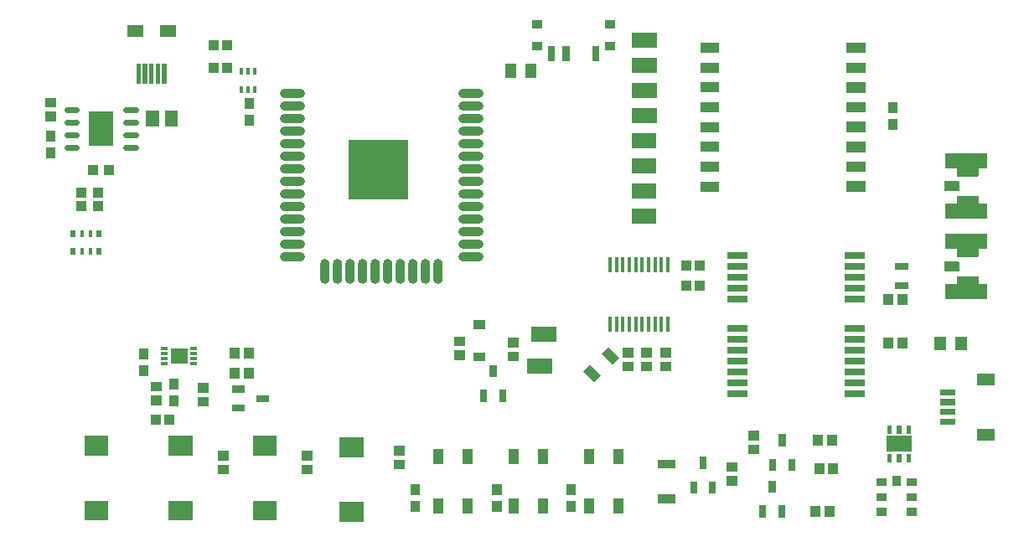
<source format=gtp>
G04 Layer: TopPasteMaskLayer*
G04 EasyEDA v6.1.34, Wed, 08 May 2019 08:14:30 GMT*
G04 27d5e13cb4324ff6b1947c28adf9976f,88f35c52922c4fbc8d6ac25f651a04fd,10*
G04 Gerber Generator version 0.2*
G04 Scale: 100 percent, Rotated: No, Reflected: No *
G04 Dimensions in millimeters *
G04 leading zeros omitted , absolute positions ,3 integer and 3 decimal *
%FSLAX33Y33*%
%MOMM*%
G90*
G71D02*

%ADD13C,0.899922*%
%ADD14C,0.599999*%
%ADD16R,0.701040X0.299720*%
%ADD17R,1.750060X1.630680*%
%ADD22R,2.599995X1.499997*%
%ADD29R,1.099820X1.000760*%
%ADD32R,1.300480X1.399540*%
%ADD34R,1.998980X0.800100*%
%ADD35R,4.318000X1.524000*%
%ADD42R,0.999998X1.099998*%
%ADD43R,0.299720X0.701040*%
%ADD45R,1.949958X1.050036*%
%ADD48R,0.399999X1.493520*%
%ADD52R,0.599999X0.799998*%
%ADD53R,0.399999X0.799998*%

%LPD*%
G54D13*
G01X46900Y45847D02*
G01X45301Y45847D01*
G01X46900Y44577D02*
G01X45301Y44577D01*
G01X46900Y43307D02*
G01X45301Y43307D01*
G01X46900Y42037D02*
G01X45301Y42037D01*
G01X46900Y40767D02*
G01X45301Y40767D01*
G01X46900Y39497D02*
G01X45301Y39497D01*
G01X46900Y38227D02*
G01X45301Y38227D01*
G01X46900Y36957D02*
G01X45301Y36957D01*
G01X46900Y35687D02*
G01X45301Y35687D01*
G01X46900Y34417D02*
G01X45301Y34417D01*
G01X46900Y33147D02*
G01X45301Y33147D01*
G01X46900Y31877D02*
G01X45301Y31877D01*
G01X46900Y30607D02*
G01X45301Y30607D01*
G01X46900Y29337D02*
G01X45301Y29337D01*
G01X28901Y29337D02*
G01X27301Y29337D01*
G01X28901Y30607D02*
G01X27301Y30607D01*
G01X28901Y31877D02*
G01X27301Y31877D01*
G01X28901Y33147D02*
G01X27301Y33147D01*
G01X28901Y34417D02*
G01X27301Y34417D01*
G01X28901Y35687D02*
G01X27301Y35687D01*
G01X28901Y36957D02*
G01X27301Y36957D01*
G01X28901Y38227D02*
G01X27301Y38227D01*
G01X28901Y39497D02*
G01X27301Y39497D01*
G01X28901Y40767D02*
G01X27301Y40767D01*
G01X28901Y42037D02*
G01X27301Y42037D01*
G01X28901Y43307D02*
G01X27301Y43307D01*
G01X28901Y44577D02*
G01X27301Y44577D01*
G01X28901Y45847D02*
G01X27301Y45847D01*
G54D14*
G01X11234Y40386D02*
G01X12234Y40386D01*
G01X11234Y41656D02*
G01X12234Y41656D01*
G01X11234Y42926D02*
G01X12234Y42926D01*
G01X11234Y44196D02*
G01X12234Y44196D01*
G01X5291Y40386D02*
G01X6291Y40386D01*
G01X5291Y41656D02*
G01X6291Y41656D01*
G01X5291Y42926D02*
G01X6291Y42926D01*
G01X5291Y44196D02*
G01X6291Y44196D01*
G54D16*
G01X15189Y20066D03*
G01X15189Y19558D03*
G01X15189Y19050D03*
G01X15189Y18542D03*
G01X18084Y18542D03*
G01X18084Y19050D03*
G01X18084Y19558D03*
G01X18084Y20066D03*
G54D17*
G01X16638Y19304D03*
G36*
G01X12580Y17282D02*
G01X12580Y18381D01*
G01X13581Y18381D01*
G01X13581Y17282D01*
G01X12580Y17282D01*
G37*
G36*
G01X12580Y18958D02*
G01X12580Y20058D01*
G01X13581Y20058D01*
G01X13581Y18958D01*
G01X12580Y18958D01*
G37*
G36*
G01X16629Y17007D02*
G01X16629Y15908D01*
G01X15628Y15908D01*
G01X15628Y17007D01*
G01X16629Y17007D01*
G37*
G36*
G01X16629Y15331D02*
G01X16629Y14231D01*
G01X15628Y14231D01*
G01X15628Y15331D01*
G01X16629Y15331D01*
G37*
G36*
G01X48737Y17134D02*
G01X48036Y17134D01*
G01X48036Y18384D01*
G01X48737Y18384D01*
G01X48737Y17134D01*
G37*
G36*
G01X49687Y14635D02*
G01X48986Y14635D01*
G01X48986Y15885D01*
G01X49687Y15885D01*
G01X49687Y14635D01*
G37*
G36*
G01X47787Y14635D02*
G01X47086Y14635D01*
G01X47086Y15885D01*
G01X47787Y15885D01*
G01X47787Y14635D01*
G37*
G36*
G01X46380Y18747D02*
G01X46380Y19657D01*
G01X47599Y19657D01*
G01X47599Y18747D01*
G01X46380Y18747D01*
G37*
G36*
G01X46380Y21998D02*
G01X46380Y22908D01*
G01X47599Y22908D01*
G01X47599Y21998D01*
G01X46380Y21998D01*
G37*
G36*
G01X49867Y18740D02*
G01X49867Y19738D01*
G01X50970Y19738D01*
G01X50970Y18740D01*
G01X49867Y18740D01*
G37*
G36*
G01X49867Y20139D02*
G01X49867Y21137D01*
G01X50970Y21137D01*
G01X50970Y20139D01*
G01X49867Y20139D01*
G37*
G54D22*
G01X53086Y18288D03*
G01X53467Y21463D03*
G36*
G01X20530Y7310D02*
G01X20530Y8308D01*
G01X21633Y8308D01*
G01X21633Y7310D01*
G01X20530Y7310D01*
G37*
G36*
G01X20530Y8709D02*
G01X20530Y9707D01*
G01X21633Y9707D01*
G01X21633Y8709D01*
G01X20530Y8709D01*
G37*
G36*
G01X29039Y7310D02*
G01X29039Y8308D01*
G01X30142Y8308D01*
G01X30142Y7310D01*
G01X29039Y7310D01*
G37*
G36*
G01X29039Y8709D02*
G01X29039Y9707D01*
G01X30142Y9707D01*
G01X30142Y8709D01*
G01X29039Y8709D01*
G37*
G36*
G01X35283Y11076D02*
G01X35283Y9075D01*
G01X32882Y9075D01*
G01X32882Y11076D01*
G01X35283Y11076D01*
G37*
G36*
G01X35280Y4536D02*
G01X35280Y2537D01*
G01X32880Y2537D01*
G01X32880Y4536D01*
G01X35280Y4536D01*
G37*
G36*
G01X26520Y11203D02*
G01X26520Y9202D01*
G01X24119Y9202D01*
G01X24119Y11203D01*
G01X26520Y11203D01*
G37*
G36*
G01X26517Y4663D02*
G01X26517Y2664D01*
G01X24117Y2664D01*
G01X24117Y4663D01*
G01X26517Y4663D01*
G37*
G36*
G01X65013Y4404D02*
G01X65013Y5303D01*
G01X66812Y5303D01*
G01X66812Y4404D01*
G01X65013Y4404D01*
G37*
G36*
G01X65013Y7904D02*
G01X65013Y8803D01*
G01X66812Y8803D01*
G01X66812Y7904D01*
G01X65013Y7904D01*
G37*
G36*
G01X69946Y7863D02*
G01X69245Y7863D01*
G01X69245Y9113D01*
G01X69946Y9113D01*
G01X69946Y7863D01*
G37*
G36*
G01X70896Y5364D02*
G01X70195Y5364D01*
G01X70195Y6614D01*
G01X70896Y6614D01*
G01X70896Y5364D01*
G37*
G36*
G01X68996Y5364D02*
G01X68295Y5364D01*
G01X68295Y6614D01*
G01X68996Y6614D01*
G01X68996Y5364D01*
G37*
G36*
G01X88640Y9390D02*
G01X88640Y8539D01*
G01X88191Y8539D01*
G01X88191Y9390D01*
G01X88640Y9390D01*
G37*
G36*
G01X89631Y9390D02*
G01X89631Y8539D01*
G01X89181Y8539D01*
G01X89181Y9390D01*
G01X89631Y9390D01*
G37*
G36*
G01X90622Y9390D02*
G01X90622Y8539D01*
G01X90172Y8539D01*
G01X90172Y9390D01*
G01X90622Y9390D01*
G37*
G36*
G01X90622Y12285D02*
G01X90622Y11435D01*
G01X90172Y11435D01*
G01X90172Y12285D01*
G01X90622Y12285D01*
G37*
G36*
G01X89631Y12285D02*
G01X89631Y11435D01*
G01X89181Y11435D01*
G01X89181Y12285D01*
G01X89631Y12285D01*
G37*
G36*
G01X88640Y12285D02*
G01X88640Y11435D01*
G01X88191Y11435D01*
G01X88191Y12285D01*
G01X88640Y12285D01*
G37*
G36*
G01X90657Y11214D02*
G01X90657Y9613D01*
G01X88158Y9613D01*
G01X88158Y11214D01*
G01X90657Y11214D01*
G37*
G36*
G01X88155Y6129D02*
G01X87155Y6129D01*
G01X87155Y6929D01*
G01X88155Y6929D01*
G01X88155Y6129D01*
G37*
G36*
G01X88155Y4630D02*
G01X87155Y4630D01*
G01X87155Y5430D01*
G01X88155Y5430D01*
G01X88155Y4630D01*
G37*
G36*
G01X88155Y3131D02*
G01X87155Y3131D01*
G01X87155Y3931D01*
G01X88155Y3931D01*
G01X88155Y3131D01*
G37*
G36*
G01X91152Y3131D02*
G01X90152Y3131D01*
G01X90152Y3931D01*
G01X91152Y3931D01*
G01X91152Y3131D01*
G37*
G36*
G01X91152Y4630D02*
G01X90152Y4630D01*
G01X90152Y5430D01*
G01X91152Y5430D01*
G01X91152Y4630D01*
G37*
G36*
G01X91152Y6129D02*
G01X90152Y6129D01*
G01X90152Y6929D01*
G01X91152Y6929D01*
G01X91152Y6129D01*
G37*
G36*
G01X88755Y6129D02*
G01X88755Y7129D01*
G01X89555Y7129D01*
G01X89555Y6129D01*
G01X88755Y6129D01*
G37*
G54D29*
G01X6783Y34417D03*
G01X8459Y34417D03*
G01X6783Y35814D03*
G01X8459Y35814D03*
G36*
G01X93560Y15326D02*
G01X93560Y15925D01*
G01X95059Y15925D01*
G01X95059Y15326D01*
G01X93560Y15326D01*
G37*
G36*
G01X99060Y17526D02*
G01X99060Y16327D01*
G01X97259Y16327D01*
G01X97259Y17526D01*
G01X99060Y17526D01*
G37*
G36*
G01X99060Y11925D02*
G01X99060Y10726D01*
G01X97259Y10726D01*
G01X97259Y11925D01*
G01X99060Y11925D01*
G37*
G36*
G01X93560Y14325D02*
G01X93560Y14925D01*
G01X95059Y14925D01*
G01X95059Y14325D01*
G01X93560Y14325D01*
G37*
G36*
G01X93560Y13324D02*
G01X93560Y13926D01*
G01X95059Y13926D01*
G01X95059Y13324D01*
G01X93560Y13324D01*
G37*
G36*
G01X93560Y12326D02*
G01X93560Y12926D01*
G01X95059Y12926D01*
G01X95059Y12326D01*
G01X93560Y12326D01*
G37*
G54D32*
G01X93581Y20572D03*
G01X95681Y20572D03*
G36*
G01X90312Y28671D02*
G01X90312Y27970D01*
G01X89011Y27970D01*
G01X89011Y28671D01*
G01X90312Y28671D01*
G37*
G36*
G01X90312Y26771D02*
G01X90312Y26070D01*
G01X89011Y26070D01*
G01X89011Y26771D01*
G01X90312Y26771D01*
G37*
G54D34*
G01X84885Y15469D03*
G01X84885Y16562D03*
G01X84885Y17654D03*
G01X84885Y18771D03*
G01X84885Y19864D03*
G01X84885Y20956D03*
G01X84885Y22073D03*
G01X84885Y25071D03*
G01X84885Y26163D03*
G01X84885Y27255D03*
G01X84885Y28373D03*
G01X84885Y29465D03*
G01X73099Y29465D03*
G01X73099Y28373D03*
G01X73099Y27255D03*
G01X73099Y26163D03*
G01X73099Y25071D03*
G01X73099Y22073D03*
G01X73099Y20956D03*
G01X73099Y19864D03*
G01X73099Y18771D03*
G01X73099Y17654D03*
G01X73099Y16562D03*
G01X73099Y15469D03*
G36*
G01X95468Y27914D02*
G01X95468Y27901D01*
G01X95465Y27889D01*
G01X95463Y27879D01*
G01X95458Y27866D01*
G01X95450Y27856D01*
G01X95443Y27846D01*
G01X95435Y27838D01*
G01X95425Y27830D01*
G01X95415Y27825D01*
G01X95404Y27820D01*
G01X95392Y27815D01*
G01X95379Y27813D01*
G01X95366Y27813D01*
G01X94046Y27813D01*
G01X94035Y27813D01*
G01X94023Y27815D01*
G01X94010Y27820D01*
G01X94000Y27825D01*
G01X93990Y27830D01*
G01X93980Y27838D01*
G01X93972Y27846D01*
G01X93964Y27856D01*
G01X93957Y27866D01*
G01X93952Y27879D01*
G01X93949Y27889D01*
G01X93946Y27901D01*
G01X93944Y27914D01*
G01X93944Y28727D01*
G01X93946Y28740D01*
G01X93949Y28752D01*
G01X93952Y28762D01*
G01X93957Y28775D01*
G01X93964Y28785D01*
G01X93972Y28793D01*
G01X93980Y28803D01*
G01X93990Y28811D01*
G01X94000Y28816D01*
G01X94010Y28821D01*
G01X94023Y28826D01*
G01X94035Y28829D01*
G01X94046Y28829D01*
G01X95366Y28829D01*
G01X95379Y28829D01*
G01X95392Y28826D01*
G01X95404Y28821D01*
G01X95415Y28816D01*
G01X95425Y28811D01*
G01X95435Y28803D01*
G01X95443Y28793D01*
G01X95450Y28785D01*
G01X95458Y28775D01*
G01X95463Y28762D01*
G01X95465Y28752D01*
G01X95468Y28740D01*
G01X95468Y28727D01*
G01X95468Y27914D01*
G37*
G36*
G01X97426Y29385D02*
G01X97426Y29372D01*
G01X97424Y29359D01*
G01X97421Y29349D01*
G01X97416Y29337D01*
G01X97409Y29326D01*
G01X97401Y29316D01*
G01X97393Y29309D01*
G01X97383Y29301D01*
G01X97373Y29293D01*
G01X97363Y29288D01*
G01X97350Y29286D01*
G01X97337Y29283D01*
G01X97325Y29283D01*
G01X95328Y29283D01*
G01X95316Y29283D01*
G01X95305Y29286D01*
G01X95293Y29288D01*
G01X95283Y29293D01*
G01X95272Y29301D01*
G01X95262Y29309D01*
G01X95252Y29316D01*
G01X95244Y29326D01*
G01X95239Y29337D01*
G01X95234Y29349D01*
G01X95229Y29359D01*
G01X95229Y29372D01*
G01X95227Y29385D01*
G01X95227Y30198D01*
G01X95229Y30210D01*
G01X95229Y30220D01*
G01X95234Y30233D01*
G01X95239Y30243D01*
G01X95244Y30256D01*
G01X95252Y30264D01*
G01X95262Y30274D01*
G01X95272Y30281D01*
G01X95283Y30286D01*
G01X95293Y30292D01*
G01X95305Y30297D01*
G01X95316Y30297D01*
G01X95328Y30299D01*
G01X97325Y30299D01*
G01X97337Y30297D01*
G01X97350Y30297D01*
G01X97363Y30292D01*
G01X97373Y30286D01*
G01X97383Y30281D01*
G01X97393Y30274D01*
G01X97401Y30264D01*
G01X97409Y30256D01*
G01X97416Y30243D01*
G01X97421Y30233D01*
G01X97424Y30220D01*
G01X97426Y30210D01*
G01X97426Y30198D01*
G01X97426Y29385D01*
G37*
G36*
G01X97426Y26443D02*
G01X97426Y26431D01*
G01X97424Y26421D01*
G01X97421Y26408D01*
G01X97416Y26398D01*
G01X97409Y26385D01*
G01X97401Y26377D01*
G01X97393Y26367D01*
G01X97383Y26360D01*
G01X97373Y26355D01*
G01X97363Y26349D01*
G01X97350Y26344D01*
G01X97337Y26342D01*
G01X97325Y26342D01*
G01X95328Y26342D01*
G01X95316Y26342D01*
G01X95305Y26344D01*
G01X95293Y26349D01*
G01X95283Y26355D01*
G01X95272Y26360D01*
G01X95262Y26367D01*
G01X95252Y26377D01*
G01X95244Y26385D01*
G01X95239Y26398D01*
G01X95234Y26408D01*
G01X95229Y26421D01*
G01X95229Y26431D01*
G01X95227Y26443D01*
G01X95227Y27256D01*
G01X95229Y27269D01*
G01X95229Y27282D01*
G01X95234Y27292D01*
G01X95239Y27305D01*
G01X95244Y27315D01*
G01X95252Y27325D01*
G01X95262Y27332D01*
G01X95272Y27340D01*
G01X95283Y27348D01*
G01X95293Y27353D01*
G01X95305Y27355D01*
G01X95316Y27358D01*
G01X95328Y27358D01*
G01X97325Y27358D01*
G01X97337Y27358D01*
G01X97350Y27355D01*
G01X97363Y27353D01*
G01X97373Y27348D01*
G01X97383Y27340D01*
G01X97393Y27332D01*
G01X97401Y27325D01*
G01X97409Y27315D01*
G01X97416Y27305D01*
G01X97421Y27292D01*
G01X97424Y27282D01*
G01X97426Y27269D01*
G01X97426Y27256D01*
G01X97426Y26443D01*
G37*
G54D35*
G01X96199Y25781D03*
G01X96199Y30861D03*
G36*
G01X24500Y14635D02*
G01X24500Y15336D01*
G01X25750Y15336D01*
G01X25750Y14635D01*
G01X24500Y14635D01*
G37*
G36*
G01X22001Y13685D02*
G01X22001Y14386D01*
G01X23251Y14386D01*
G01X23251Y13685D01*
G01X22001Y13685D01*
G37*
G36*
G01X22001Y15585D02*
G01X22001Y16286D01*
G01X23251Y16286D01*
G01X23251Y15585D01*
G01X22001Y15585D01*
G37*
G36*
G01X42367Y28646D02*
G01X42369Y28704D01*
G01X42379Y28757D01*
G01X42397Y28813D01*
G01X42420Y28864D01*
G01X42451Y28910D01*
G01X42489Y28956D01*
G01X42529Y28994D01*
G01X42575Y29027D01*
G01X42623Y29055D01*
G01X42677Y29075D01*
G01X42732Y29088D01*
G01X42788Y29095D01*
G01X42844Y29095D01*
G01X42900Y29088D01*
G01X42953Y29075D01*
G01X43007Y29055D01*
G01X43058Y29027D01*
G01X43103Y28994D01*
G01X43144Y28956D01*
G01X43180Y28910D01*
G01X43210Y28864D01*
G01X43233Y28813D01*
G01X43251Y28757D01*
G01X43263Y28704D01*
G01X43266Y28646D01*
G01X43266Y27045D01*
G01X43263Y26990D01*
G01X43251Y26934D01*
G01X43233Y26880D01*
G01X43210Y26830D01*
G01X43180Y26781D01*
G01X43144Y26738D01*
G01X43103Y26700D01*
G01X43058Y26667D01*
G01X43007Y26639D01*
G01X42953Y26619D01*
G01X42900Y26603D01*
G01X42844Y26598D01*
G01X42788Y26598D01*
G01X42732Y26603D01*
G01X42677Y26619D01*
G01X42623Y26639D01*
G01X42575Y26667D01*
G01X42529Y26700D01*
G01X42489Y26738D01*
G01X42451Y26781D01*
G01X42420Y26830D01*
G01X42397Y26880D01*
G01X42379Y26934D01*
G01X42369Y26990D01*
G01X42367Y27045D01*
G01X42367Y28646D01*
G37*
G36*
G01X41097Y28646D02*
G01X41099Y28704D01*
G01X41109Y28757D01*
G01X41127Y28813D01*
G01X41150Y28864D01*
G01X41181Y28910D01*
G01X41219Y28956D01*
G01X41259Y28994D01*
G01X41305Y29027D01*
G01X41353Y29055D01*
G01X41407Y29075D01*
G01X41462Y29088D01*
G01X41518Y29095D01*
G01X41574Y29095D01*
G01X41630Y29088D01*
G01X41683Y29075D01*
G01X41737Y29055D01*
G01X41788Y29027D01*
G01X41833Y28994D01*
G01X41874Y28956D01*
G01X41910Y28910D01*
G01X41940Y28864D01*
G01X41963Y28813D01*
G01X41981Y28757D01*
G01X41993Y28704D01*
G01X41996Y28646D01*
G01X41996Y27045D01*
G01X41993Y26990D01*
G01X41981Y26934D01*
G01X41963Y26880D01*
G01X41940Y26830D01*
G01X41910Y26781D01*
G01X41874Y26738D01*
G01X41833Y26700D01*
G01X41788Y26667D01*
G01X41737Y26639D01*
G01X41683Y26619D01*
G01X41630Y26603D01*
G01X41574Y26598D01*
G01X41518Y26598D01*
G01X41462Y26603D01*
G01X41407Y26619D01*
G01X41353Y26639D01*
G01X41305Y26667D01*
G01X41259Y26700D01*
G01X41219Y26738D01*
G01X41181Y26781D01*
G01X41150Y26830D01*
G01X41127Y26880D01*
G01X41109Y26934D01*
G01X41099Y26990D01*
G01X41097Y27045D01*
G01X41097Y28646D01*
G37*
G36*
G01X39827Y28646D02*
G01X39829Y28704D01*
G01X39839Y28757D01*
G01X39857Y28813D01*
G01X39880Y28864D01*
G01X39911Y28910D01*
G01X39949Y28956D01*
G01X39989Y28994D01*
G01X40035Y29027D01*
G01X40083Y29055D01*
G01X40137Y29075D01*
G01X40192Y29088D01*
G01X40248Y29095D01*
G01X40304Y29095D01*
G01X40360Y29088D01*
G01X40413Y29075D01*
G01X40467Y29055D01*
G01X40518Y29027D01*
G01X40563Y28994D01*
G01X40604Y28956D01*
G01X40640Y28910D01*
G01X40670Y28864D01*
G01X40693Y28813D01*
G01X40711Y28757D01*
G01X40723Y28704D01*
G01X40726Y28646D01*
G01X40726Y27045D01*
G01X40723Y26990D01*
G01X40711Y26934D01*
G01X40693Y26880D01*
G01X40670Y26830D01*
G01X40640Y26781D01*
G01X40604Y26738D01*
G01X40563Y26700D01*
G01X40518Y26667D01*
G01X40467Y26639D01*
G01X40413Y26619D01*
G01X40360Y26603D01*
G01X40304Y26598D01*
G01X40248Y26598D01*
G01X40192Y26603D01*
G01X40137Y26619D01*
G01X40083Y26639D01*
G01X40035Y26667D01*
G01X39989Y26700D01*
G01X39949Y26738D01*
G01X39911Y26781D01*
G01X39880Y26830D01*
G01X39857Y26880D01*
G01X39839Y26934D01*
G01X39829Y26990D01*
G01X39827Y27045D01*
G01X39827Y28646D01*
G37*
G36*
G01X38557Y28646D02*
G01X38559Y28704D01*
G01X38569Y28757D01*
G01X38587Y28813D01*
G01X38610Y28864D01*
G01X38641Y28910D01*
G01X38679Y28956D01*
G01X38719Y28994D01*
G01X38765Y29027D01*
G01X38813Y29055D01*
G01X38867Y29075D01*
G01X38922Y29088D01*
G01X38978Y29095D01*
G01X39034Y29095D01*
G01X39090Y29088D01*
G01X39143Y29075D01*
G01X39197Y29055D01*
G01X39248Y29027D01*
G01X39293Y28994D01*
G01X39334Y28956D01*
G01X39370Y28910D01*
G01X39400Y28864D01*
G01X39423Y28813D01*
G01X39441Y28757D01*
G01X39453Y28704D01*
G01X39456Y28646D01*
G01X39456Y27045D01*
G01X39453Y26990D01*
G01X39441Y26934D01*
G01X39423Y26880D01*
G01X39400Y26830D01*
G01X39370Y26781D01*
G01X39334Y26738D01*
G01X39293Y26700D01*
G01X39248Y26667D01*
G01X39197Y26639D01*
G01X39143Y26619D01*
G01X39090Y26603D01*
G01X39034Y26598D01*
G01X38978Y26598D01*
G01X38922Y26603D01*
G01X38867Y26619D01*
G01X38813Y26639D01*
G01X38765Y26667D01*
G01X38719Y26700D01*
G01X38679Y26738D01*
G01X38641Y26781D01*
G01X38610Y26830D01*
G01X38587Y26880D01*
G01X38569Y26934D01*
G01X38559Y26990D01*
G01X38557Y27045D01*
G01X38557Y28646D01*
G37*
G36*
G01X37287Y28646D02*
G01X37289Y28704D01*
G01X37299Y28757D01*
G01X37317Y28813D01*
G01X37340Y28864D01*
G01X37371Y28910D01*
G01X37409Y28956D01*
G01X37449Y28994D01*
G01X37495Y29027D01*
G01X37543Y29055D01*
G01X37597Y29075D01*
G01X37652Y29088D01*
G01X37708Y29095D01*
G01X37764Y29095D01*
G01X37820Y29088D01*
G01X37873Y29075D01*
G01X37927Y29055D01*
G01X37978Y29027D01*
G01X38023Y28994D01*
G01X38064Y28956D01*
G01X38100Y28910D01*
G01X38130Y28864D01*
G01X38153Y28813D01*
G01X38171Y28757D01*
G01X38183Y28704D01*
G01X38186Y28646D01*
G01X38186Y27045D01*
G01X38183Y26990D01*
G01X38171Y26934D01*
G01X38153Y26880D01*
G01X38130Y26830D01*
G01X38100Y26781D01*
G01X38064Y26738D01*
G01X38023Y26700D01*
G01X37978Y26667D01*
G01X37927Y26639D01*
G01X37873Y26619D01*
G01X37820Y26603D01*
G01X37764Y26598D01*
G01X37708Y26598D01*
G01X37652Y26603D01*
G01X37597Y26619D01*
G01X37543Y26639D01*
G01X37495Y26667D01*
G01X37449Y26700D01*
G01X37409Y26738D01*
G01X37371Y26781D01*
G01X37340Y26830D01*
G01X37317Y26880D01*
G01X37299Y26934D01*
G01X37289Y26990D01*
G01X37287Y27045D01*
G01X37287Y28646D01*
G37*
G36*
G01X36017Y28646D02*
G01X36019Y28704D01*
G01X36029Y28757D01*
G01X36047Y28813D01*
G01X36070Y28864D01*
G01X36101Y28910D01*
G01X36139Y28956D01*
G01X36179Y28994D01*
G01X36225Y29027D01*
G01X36273Y29055D01*
G01X36327Y29075D01*
G01X36382Y29088D01*
G01X36438Y29095D01*
G01X36494Y29095D01*
G01X36550Y29088D01*
G01X36603Y29075D01*
G01X36657Y29055D01*
G01X36708Y29027D01*
G01X36753Y28994D01*
G01X36794Y28956D01*
G01X36830Y28910D01*
G01X36860Y28864D01*
G01X36883Y28813D01*
G01X36901Y28757D01*
G01X36913Y28704D01*
G01X36916Y28646D01*
G01X36916Y27045D01*
G01X36913Y26990D01*
G01X36901Y26934D01*
G01X36883Y26880D01*
G01X36860Y26830D01*
G01X36830Y26781D01*
G01X36794Y26738D01*
G01X36753Y26700D01*
G01X36708Y26667D01*
G01X36657Y26639D01*
G01X36603Y26619D01*
G01X36550Y26603D01*
G01X36494Y26598D01*
G01X36438Y26598D01*
G01X36382Y26603D01*
G01X36327Y26619D01*
G01X36273Y26639D01*
G01X36225Y26667D01*
G01X36179Y26700D01*
G01X36139Y26738D01*
G01X36101Y26781D01*
G01X36070Y26830D01*
G01X36047Y26880D01*
G01X36029Y26934D01*
G01X36019Y26990D01*
G01X36017Y27045D01*
G01X36017Y28646D01*
G37*
G36*
G01X34747Y28646D02*
G01X34749Y28704D01*
G01X34759Y28757D01*
G01X34777Y28813D01*
G01X34803Y28864D01*
G01X34831Y28910D01*
G01X34869Y28956D01*
G01X34909Y28994D01*
G01X34955Y29027D01*
G01X35003Y29055D01*
G01X35057Y29075D01*
G01X35112Y29088D01*
G01X35168Y29095D01*
G01X35224Y29095D01*
G01X35280Y29088D01*
G01X35333Y29075D01*
G01X35387Y29055D01*
G01X35438Y29027D01*
G01X35483Y28994D01*
G01X35524Y28956D01*
G01X35560Y28910D01*
G01X35590Y28864D01*
G01X35613Y28813D01*
G01X35631Y28757D01*
G01X35643Y28704D01*
G01X35646Y28646D01*
G01X35646Y27045D01*
G01X35643Y26990D01*
G01X35631Y26934D01*
G01X35613Y26880D01*
G01X35590Y26830D01*
G01X35560Y26781D01*
G01X35524Y26738D01*
G01X35483Y26700D01*
G01X35438Y26667D01*
G01X35387Y26639D01*
G01X35333Y26619D01*
G01X35280Y26603D01*
G01X35224Y26598D01*
G01X35168Y26598D01*
G01X35112Y26603D01*
G01X35057Y26619D01*
G01X35003Y26639D01*
G01X34955Y26667D01*
G01X34909Y26700D01*
G01X34869Y26738D01*
G01X34831Y26781D01*
G01X34803Y26830D01*
G01X34777Y26880D01*
G01X34759Y26934D01*
G01X34749Y26990D01*
G01X34747Y27045D01*
G01X34747Y28646D01*
G37*
G36*
G01X33477Y28646D02*
G01X33479Y28704D01*
G01X33489Y28757D01*
G01X33507Y28813D01*
G01X33533Y28864D01*
G01X33561Y28910D01*
G01X33599Y28956D01*
G01X33639Y28994D01*
G01X33685Y29027D01*
G01X33733Y29055D01*
G01X33787Y29075D01*
G01X33842Y29088D01*
G01X33898Y29095D01*
G01X33954Y29095D01*
G01X34010Y29088D01*
G01X34063Y29075D01*
G01X34117Y29055D01*
G01X34168Y29027D01*
G01X34213Y28994D01*
G01X34254Y28956D01*
G01X34290Y28910D01*
G01X34320Y28864D01*
G01X34343Y28813D01*
G01X34361Y28757D01*
G01X34373Y28704D01*
G01X34376Y28646D01*
G01X34376Y27045D01*
G01X34373Y26990D01*
G01X34361Y26934D01*
G01X34343Y26880D01*
G01X34320Y26830D01*
G01X34290Y26781D01*
G01X34254Y26738D01*
G01X34213Y26700D01*
G01X34168Y26667D01*
G01X34117Y26639D01*
G01X34063Y26619D01*
G01X34010Y26603D01*
G01X33954Y26598D01*
G01X33898Y26598D01*
G01X33842Y26603D01*
G01X33787Y26619D01*
G01X33733Y26639D01*
G01X33685Y26667D01*
G01X33639Y26700D01*
G01X33599Y26738D01*
G01X33561Y26781D01*
G01X33533Y26830D01*
G01X33507Y26880D01*
G01X33489Y26934D01*
G01X33479Y26990D01*
G01X33477Y27045D01*
G01X33477Y28646D01*
G37*
G36*
G01X32207Y28646D02*
G01X32209Y28704D01*
G01X32219Y28757D01*
G01X32237Y28813D01*
G01X32263Y28864D01*
G01X32291Y28910D01*
G01X32329Y28956D01*
G01X32369Y28994D01*
G01X32415Y29027D01*
G01X32463Y29055D01*
G01X32517Y29075D01*
G01X32572Y29088D01*
G01X32628Y29095D01*
G01X32684Y29095D01*
G01X32740Y29088D01*
G01X32796Y29075D01*
G01X32847Y29055D01*
G01X32898Y29027D01*
G01X32943Y28994D01*
G01X32984Y28956D01*
G01X33020Y28910D01*
G01X33050Y28864D01*
G01X33073Y28813D01*
G01X33091Y28757D01*
G01X33103Y28704D01*
G01X33106Y28646D01*
G01X33106Y27045D01*
G01X33103Y26990D01*
G01X33091Y26934D01*
G01X33073Y26880D01*
G01X33050Y26830D01*
G01X33020Y26781D01*
G01X32984Y26738D01*
G01X32943Y26700D01*
G01X32898Y26667D01*
G01X32847Y26639D01*
G01X32796Y26619D01*
G01X32740Y26603D01*
G01X32684Y26598D01*
G01X32628Y26598D01*
G01X32572Y26603D01*
G01X32517Y26619D01*
G01X32463Y26639D01*
G01X32415Y26667D01*
G01X32369Y26700D01*
G01X32329Y26738D01*
G01X32291Y26781D01*
G01X32263Y26830D01*
G01X32237Y26880D01*
G01X32219Y26934D01*
G01X32209Y26990D01*
G01X32207Y27045D01*
G01X32207Y28646D01*
G37*
G36*
G01X30937Y28646D02*
G01X30939Y28704D01*
G01X30949Y28757D01*
G01X30967Y28813D01*
G01X30993Y28864D01*
G01X31021Y28910D01*
G01X31059Y28956D01*
G01X31099Y28994D01*
G01X31145Y29027D01*
G01X31193Y29055D01*
G01X31247Y29075D01*
G01X31302Y29088D01*
G01X31358Y29095D01*
G01X31414Y29095D01*
G01X31470Y29088D01*
G01X31526Y29075D01*
G01X31577Y29055D01*
G01X31628Y29027D01*
G01X31673Y28994D01*
G01X31714Y28956D01*
G01X31750Y28910D01*
G01X31780Y28864D01*
G01X31803Y28813D01*
G01X31821Y28757D01*
G01X31833Y28704D01*
G01X31836Y28646D01*
G01X31836Y27045D01*
G01X31833Y26990D01*
G01X31821Y26934D01*
G01X31803Y26880D01*
G01X31780Y26830D01*
G01X31750Y26781D01*
G01X31714Y26738D01*
G01X31673Y26700D01*
G01X31628Y26667D01*
G01X31577Y26639D01*
G01X31526Y26619D01*
G01X31470Y26603D01*
G01X31414Y26598D01*
G01X31358Y26598D01*
G01X31302Y26603D01*
G01X31247Y26619D01*
G01X31193Y26639D01*
G01X31145Y26667D01*
G01X31099Y26700D01*
G01X31059Y26738D01*
G01X31021Y26781D01*
G01X30993Y26830D01*
G01X30967Y26880D01*
G01X30949Y26934D01*
G01X30939Y26990D01*
G01X30937Y27045D01*
G01X30937Y28646D01*
G37*
G36*
G01X39801Y35145D02*
G01X33802Y35145D01*
G01X33802Y41148D01*
G01X39801Y41148D01*
G01X39801Y35145D01*
G37*
G36*
G01X7513Y40540D02*
G01X7513Y44041D01*
G01X10012Y44041D01*
G01X10012Y40540D01*
G01X7513Y40540D01*
G37*
G36*
G01X3182Y39250D02*
G01X3182Y40350D01*
G01X4183Y40350D01*
G01X4183Y39250D01*
G01X3182Y39250D01*
G37*
G36*
G01X3182Y40927D02*
G01X3182Y42026D01*
G01X4183Y42026D01*
G01X4183Y40927D01*
G01X3182Y40927D01*
G37*
G54D29*
G01X7926Y38100D03*
G01X9602Y38100D03*
G36*
G01X12329Y46812D02*
G01X12329Y48813D01*
G01X12778Y48813D01*
G01X12778Y46812D01*
G01X12329Y46812D01*
G37*
G36*
G01X12979Y46812D02*
G01X12979Y48813D01*
G01X13428Y48813D01*
G01X13428Y46812D01*
G01X12979Y46812D01*
G37*
G36*
G01X13629Y46812D02*
G01X13629Y48813D01*
G01X14079Y48813D01*
G01X14079Y46812D01*
G01X13629Y46812D01*
G37*
G36*
G01X14277Y46812D02*
G01X14277Y48813D01*
G01X14729Y48813D01*
G01X14729Y46812D01*
G01X14277Y46812D01*
G37*
G36*
G01X14927Y46812D02*
G01X14927Y48813D01*
G01X15379Y48813D01*
G01X15379Y46812D01*
G01X14927Y46812D01*
G37*
G36*
G01X13047Y51523D02*
G01X11447Y51523D01*
G01X11447Y52725D01*
G01X13047Y52725D01*
G01X13047Y51523D01*
G37*
G36*
G01X16327Y51508D02*
G01X14726Y51508D01*
G01X14726Y52707D01*
G01X16327Y52707D01*
G01X16327Y51508D01*
G37*
G36*
G01X16525Y42506D02*
G01X15224Y42506D01*
G01X15224Y44107D01*
G01X16525Y44107D01*
G01X16525Y42506D01*
G37*
G36*
G01X14625Y42506D02*
G01X13324Y42506D01*
G01X13324Y44107D01*
G01X14625Y44107D01*
G01X14625Y42506D01*
G37*
G54D42*
G01X20128Y50673D03*
G01X21527Y50673D03*
G01X20128Y48387D03*
G01X21527Y48387D03*
G54D43*
G01X23622Y46202D03*
G01X24272Y46202D03*
G01X24282Y48031D03*
G01X23632Y48031D03*
G01X22981Y48031D03*
G01X22971Y46202D03*
G36*
G01X42324Y3355D02*
G01X42324Y4853D01*
G01X43322Y4853D01*
G01X43322Y3355D01*
G01X42324Y3355D01*
G37*
G36*
G01X45323Y3355D02*
G01X45323Y4853D01*
G01X46321Y4853D01*
G01X46321Y3355D01*
G01X45323Y3355D01*
G37*
G36*
G01X45323Y8354D02*
G01X45323Y9855D01*
G01X46321Y9855D01*
G01X46321Y8354D01*
G01X45323Y8354D01*
G37*
G36*
G01X42324Y8354D02*
G01X42324Y9855D01*
G01X43322Y9855D01*
G01X43322Y8354D01*
G01X42324Y8354D01*
G37*
G36*
G01X41013Y6339D02*
G01X41013Y5240D01*
G01X40012Y5240D01*
G01X40012Y6339D01*
G01X41013Y6339D01*
G37*
G36*
G01X41013Y4663D02*
G01X41013Y3563D01*
G01X40012Y3563D01*
G01X40012Y4663D01*
G01X41013Y4663D01*
G37*
G54D45*
G01X70231Y50419D03*
G01X70231Y48418D03*
G01X70231Y46418D03*
G01X70231Y44418D03*
G01X70231Y42419D03*
G01X70231Y40419D03*
G01X70231Y38418D03*
G01X70231Y36418D03*
G36*
G01X86006Y35892D02*
G01X84056Y35892D01*
G01X84056Y36944D01*
G01X86006Y36944D01*
G01X86006Y35892D01*
G37*
G36*
G01X86006Y37894D02*
G01X84056Y37894D01*
G01X84056Y38943D01*
G01X86006Y38943D01*
G01X86006Y37894D01*
G37*
G36*
G01X86006Y39893D02*
G01X84056Y39893D01*
G01X84056Y40944D01*
G01X86006Y40944D01*
G01X86006Y39893D01*
G37*
G36*
G01X86006Y41894D02*
G01X84056Y41894D01*
G01X84056Y42943D01*
G01X86006Y42943D01*
G01X86006Y41894D01*
G37*
G36*
G01X86006Y43893D02*
G01X84056Y43893D01*
G01X84056Y44942D01*
G01X86006Y44942D01*
G01X86006Y43893D01*
G37*
G36*
G01X86006Y45892D02*
G01X84056Y45892D01*
G01X84056Y46944D01*
G01X86006Y46944D01*
G01X86006Y45892D01*
G37*
G36*
G01X86006Y47894D02*
G01X84056Y47894D01*
G01X84056Y48943D01*
G01X86006Y48943D01*
G01X86006Y47894D01*
G37*
G36*
G01X86006Y49893D02*
G01X84056Y49893D01*
G01X84056Y50944D01*
G01X86006Y50944D01*
G01X86006Y49893D01*
G37*
G36*
G01X88272Y42174D02*
G01X88272Y43273D01*
G01X89273Y43273D01*
G01X89273Y42174D01*
G01X88272Y42174D01*
G37*
G36*
G01X88272Y43850D02*
G01X88272Y44950D01*
G01X89273Y44950D01*
G01X89273Y43850D01*
G01X88272Y43850D01*
G37*
G36*
G01X95468Y36042D02*
G01X95468Y36029D01*
G01X95465Y36017D01*
G01X95463Y36007D01*
G01X95458Y35994D01*
G01X95450Y35984D01*
G01X95443Y35974D01*
G01X95435Y35966D01*
G01X95425Y35958D01*
G01X95415Y35953D01*
G01X95404Y35948D01*
G01X95392Y35943D01*
G01X95379Y35941D01*
G01X95366Y35941D01*
G01X94046Y35941D01*
G01X94035Y35941D01*
G01X94023Y35943D01*
G01X94010Y35948D01*
G01X94000Y35953D01*
G01X93990Y35958D01*
G01X93980Y35966D01*
G01X93972Y35974D01*
G01X93964Y35984D01*
G01X93957Y35994D01*
G01X93952Y36007D01*
G01X93949Y36017D01*
G01X93946Y36029D01*
G01X93944Y36042D01*
G01X93944Y36855D01*
G01X93946Y36868D01*
G01X93949Y36880D01*
G01X93952Y36890D01*
G01X93957Y36903D01*
G01X93964Y36913D01*
G01X93972Y36921D01*
G01X93980Y36931D01*
G01X93990Y36939D01*
G01X94000Y36944D01*
G01X94010Y36949D01*
G01X94023Y36954D01*
G01X94035Y36957D01*
G01X94046Y36957D01*
G01X95366Y36957D01*
G01X95379Y36957D01*
G01X95392Y36954D01*
G01X95404Y36949D01*
G01X95415Y36944D01*
G01X95425Y36939D01*
G01X95435Y36931D01*
G01X95443Y36921D01*
G01X95450Y36913D01*
G01X95458Y36903D01*
G01X95463Y36890D01*
G01X95465Y36880D01*
G01X95468Y36868D01*
G01X95468Y36855D01*
G01X95468Y36042D01*
G37*
G36*
G01X97426Y37513D02*
G01X97426Y37500D01*
G01X97424Y37487D01*
G01X97421Y37477D01*
G01X97416Y37465D01*
G01X97409Y37454D01*
G01X97401Y37444D01*
G01X97393Y37437D01*
G01X97383Y37429D01*
G01X97373Y37421D01*
G01X97363Y37416D01*
G01X97350Y37414D01*
G01X97337Y37411D01*
G01X97325Y37411D01*
G01X95328Y37411D01*
G01X95316Y37411D01*
G01X95305Y37414D01*
G01X95293Y37416D01*
G01X95283Y37421D01*
G01X95272Y37429D01*
G01X95262Y37437D01*
G01X95252Y37444D01*
G01X95244Y37454D01*
G01X95239Y37465D01*
G01X95234Y37477D01*
G01X95229Y37487D01*
G01X95229Y37500D01*
G01X95227Y37513D01*
G01X95227Y38326D01*
G01X95229Y38338D01*
G01X95229Y38348D01*
G01X95234Y38361D01*
G01X95239Y38371D01*
G01X95244Y38384D01*
G01X95252Y38392D01*
G01X95262Y38402D01*
G01X95272Y38409D01*
G01X95283Y38414D01*
G01X95293Y38420D01*
G01X95305Y38425D01*
G01X95316Y38425D01*
G01X95328Y38427D01*
G01X97325Y38427D01*
G01X97337Y38425D01*
G01X97350Y38425D01*
G01X97363Y38420D01*
G01X97373Y38414D01*
G01X97383Y38409D01*
G01X97393Y38402D01*
G01X97401Y38392D01*
G01X97409Y38384D01*
G01X97416Y38371D01*
G01X97421Y38361D01*
G01X97424Y38348D01*
G01X97426Y38338D01*
G01X97426Y38326D01*
G01X97426Y37513D01*
G37*
G36*
G01X97426Y34571D02*
G01X97426Y34559D01*
G01X97424Y34549D01*
G01X97421Y34536D01*
G01X97416Y34526D01*
G01X97409Y34513D01*
G01X97401Y34505D01*
G01X97393Y34495D01*
G01X97383Y34488D01*
G01X97373Y34483D01*
G01X97363Y34477D01*
G01X97350Y34472D01*
G01X97337Y34470D01*
G01X97325Y34470D01*
G01X95328Y34470D01*
G01X95316Y34470D01*
G01X95305Y34472D01*
G01X95293Y34477D01*
G01X95283Y34483D01*
G01X95272Y34488D01*
G01X95262Y34495D01*
G01X95252Y34505D01*
G01X95244Y34513D01*
G01X95239Y34526D01*
G01X95234Y34536D01*
G01X95229Y34549D01*
G01X95229Y34559D01*
G01X95227Y34571D01*
G01X95227Y35384D01*
G01X95229Y35397D01*
G01X95229Y35410D01*
G01X95234Y35420D01*
G01X95239Y35433D01*
G01X95244Y35443D01*
G01X95252Y35453D01*
G01X95262Y35460D01*
G01X95272Y35468D01*
G01X95283Y35476D01*
G01X95293Y35481D01*
G01X95305Y35483D01*
G01X95316Y35486D01*
G01X95328Y35486D01*
G01X97325Y35486D01*
G01X97337Y35486D01*
G01X97350Y35483D01*
G01X97363Y35481D01*
G01X97373Y35476D01*
G01X97383Y35468D01*
G01X97393Y35460D01*
G01X97401Y35453D01*
G01X97409Y35443D01*
G01X97416Y35433D01*
G01X97421Y35420D01*
G01X97424Y35410D01*
G01X97426Y35397D01*
G01X97426Y35384D01*
G01X97426Y34571D01*
G37*
G54D35*
G01X96199Y33909D03*
G01X96199Y38989D03*
G36*
G01X18011Y11203D02*
G01X18011Y9202D01*
G01X15610Y9202D01*
G01X15610Y11203D01*
G01X18011Y11203D01*
G37*
G36*
G01X18008Y4663D02*
G01X18008Y2664D01*
G01X15608Y2664D01*
G01X15608Y4663D01*
G01X18008Y4663D01*
G37*
G36*
G01X49944Y3355D02*
G01X49944Y4853D01*
G01X50942Y4853D01*
G01X50942Y3355D01*
G01X49944Y3355D01*
G37*
G36*
G01X52943Y3355D02*
G01X52943Y4853D01*
G01X53941Y4853D01*
G01X53941Y3355D01*
G01X52943Y3355D01*
G37*
G36*
G01X52943Y8354D02*
G01X52943Y9855D01*
G01X53941Y9855D01*
G01X53941Y8354D01*
G01X52943Y8354D01*
G37*
G36*
G01X49944Y8354D02*
G01X49944Y9855D01*
G01X50942Y9855D01*
G01X50942Y8354D01*
G01X49944Y8354D01*
G37*
G36*
G01X57564Y3355D02*
G01X57564Y4853D01*
G01X58562Y4853D01*
G01X58562Y3355D01*
G01X57564Y3355D01*
G37*
G36*
G01X60563Y3355D02*
G01X60563Y4853D01*
G01X61561Y4853D01*
G01X61561Y3355D01*
G01X60563Y3355D01*
G37*
G36*
G01X60563Y8354D02*
G01X60563Y9855D01*
G01X61561Y9855D01*
G01X61561Y8354D01*
G01X60563Y8354D01*
G37*
G36*
G01X57564Y8354D02*
G01X57564Y9855D01*
G01X58562Y9855D01*
G01X58562Y8354D01*
G01X57564Y8354D01*
G37*
G36*
G01X49268Y6339D02*
G01X49268Y5240D01*
G01X48267Y5240D01*
G01X48267Y6339D01*
G01X49268Y6339D01*
G37*
G36*
G01X49268Y4663D02*
G01X49268Y3563D01*
G01X48267Y3563D01*
G01X48267Y4663D01*
G01X49268Y4663D01*
G37*
G36*
G01X56761Y6339D02*
G01X56761Y5240D01*
G01X55760Y5240D01*
G01X55760Y6339D01*
G01X56761Y6339D01*
G37*
G36*
G01X56761Y4663D02*
G01X56761Y3563D01*
G01X55760Y3563D01*
G01X55760Y4663D01*
G01X56761Y4663D01*
G37*
G36*
G01X62377Y32639D02*
G01X62377Y34163D01*
G01X64876Y34163D01*
G01X64876Y32639D01*
G01X62377Y32639D01*
G37*
G36*
G01X62377Y35179D02*
G01X62377Y36703D01*
G01X64876Y36703D01*
G01X64876Y35179D01*
G01X62377Y35179D01*
G37*
G36*
G01X62377Y37719D02*
G01X62377Y39243D01*
G01X64876Y39243D01*
G01X64876Y37719D01*
G01X62377Y37719D01*
G37*
G36*
G01X62377Y40259D02*
G01X62377Y41783D01*
G01X64876Y41783D01*
G01X64876Y40259D01*
G01X62377Y40259D01*
G37*
G36*
G01X62357Y42799D02*
G01X62357Y44323D01*
G01X64897Y44323D01*
G01X64897Y42799D01*
G01X62357Y42799D01*
G37*
G36*
G01X62357Y45339D02*
G01X62357Y46863D01*
G01X64897Y46863D01*
G01X64897Y45339D01*
G01X62357Y45339D01*
G37*
G36*
G01X62357Y47879D02*
G01X62357Y49403D01*
G01X64897Y49403D01*
G01X64897Y47879D01*
G01X62357Y47879D01*
G37*
G36*
G01X62357Y50419D02*
G01X62357Y51943D01*
G01X64897Y51943D01*
G01X64897Y50419D01*
G01X62357Y50419D01*
G37*
G54D48*
G01X62792Y22527D03*
G01X63441Y22527D03*
G01X64093Y22527D03*
G01X64743Y22527D03*
G01X60843Y28524D03*
G01X60843Y22527D03*
G01X61493Y22527D03*
G01X62143Y22527D03*
G01X65393Y28529D03*
G01X64743Y28529D03*
G01X64093Y28529D03*
G01X63442Y28529D03*
G01X62792Y28529D03*
G01X62143Y28529D03*
G01X65393Y22527D03*
G01X61493Y28524D03*
G01X60192Y22527D03*
G01X66042Y22527D03*
G01X66042Y28529D03*
G01X60192Y28529D03*
G36*
G01X58556Y16620D02*
G01X57478Y17698D01*
G01X58186Y18406D01*
G01X59264Y17328D01*
G01X58556Y16620D01*
G37*
G36*
G01X60431Y18423D02*
G01X59353Y19501D01*
G01X60059Y20207D01*
G01X61137Y19129D01*
G01X60431Y18423D01*
G37*
G36*
G01X9502Y11203D02*
G01X9502Y9202D01*
G01X7101Y9202D01*
G01X7101Y11203D01*
G01X9502Y11203D01*
G37*
G36*
G01X9499Y4663D02*
G01X9499Y2664D01*
G01X7099Y2664D01*
G01X7099Y4663D01*
G01X9499Y4663D01*
G37*
G36*
G01X60723Y52392D02*
G01X59723Y52392D01*
G01X59723Y53192D01*
G01X60723Y53192D01*
G01X60723Y52392D01*
G37*
G36*
G01X60723Y50208D02*
G01X59723Y50208D01*
G01X59723Y51008D01*
G01X60723Y51008D01*
G01X60723Y50208D01*
G37*
G36*
G01X53306Y50208D02*
G01X52306Y50208D01*
G01X52306Y51008D01*
G01X53306Y51008D01*
G01X53306Y50208D01*
G37*
G36*
G01X53306Y52392D02*
G01X52306Y52392D01*
G01X52306Y53192D01*
G01X53306Y53192D01*
G01X53306Y52392D01*
G37*
G36*
G01X59126Y49070D02*
G01X58425Y49070D01*
G01X58425Y50571D01*
G01X59126Y50571D01*
G01X59126Y49070D01*
G37*
G36*
G01X56103Y49070D02*
G01X55402Y49070D01*
G01X55402Y50571D01*
G01X56103Y50571D01*
G01X56103Y49070D01*
G37*
G36*
G01X54604Y49070D02*
G01X53903Y49070D01*
G01X53903Y50571D01*
G01X54604Y50571D01*
G01X54604Y49070D01*
G37*
G36*
G01X52776Y47409D02*
G01X51617Y47409D01*
G01X51617Y48859D01*
G01X52776Y48859D01*
G01X52776Y47409D01*
G37*
G36*
G01X50744Y47409D02*
G01X49585Y47409D01*
G01X49585Y48859D01*
G01X50744Y48859D01*
G01X50744Y47409D01*
G37*
G54D52*
G01X8561Y29858D03*
G01X8561Y31657D03*
G54D53*
G01X7660Y29858D03*
G01X7660Y31657D03*
G01X6861Y29858D03*
G01X6860Y31657D03*
G54D52*
G01X5961Y31657D03*
G01X5961Y29858D03*
G36*
G01X19601Y16565D02*
G01X19601Y15567D01*
G01X18498Y15567D01*
G01X18498Y16565D01*
G01X19601Y16565D01*
G37*
G36*
G01X19601Y15166D02*
G01X19601Y14168D01*
G01X18498Y14168D01*
G01X18498Y15166D01*
G01X19601Y15166D01*
G37*
G36*
G01X14902Y16692D02*
G01X14902Y15694D01*
G01X13799Y15694D01*
G01X13799Y16692D01*
G01X14902Y16692D01*
G37*
G36*
G01X14902Y15293D02*
G01X14902Y14295D01*
G01X13799Y14295D01*
G01X13799Y15293D01*
G01X14902Y15293D01*
G37*
G54D42*
G01X14286Y12827D03*
G01X15685Y12827D03*
G36*
G01X45509Y21264D02*
G01X45509Y20266D01*
G01X44406Y20266D01*
G01X44406Y21264D01*
G01X45509Y21264D01*
G37*
G36*
G01X45509Y19865D02*
G01X45509Y18867D01*
G01X44406Y18867D01*
G01X44406Y19865D01*
G01X45509Y19865D01*
G37*
G36*
G01X73068Y8564D02*
G01X73068Y7566D01*
G01X71965Y7566D01*
G01X71965Y8564D01*
G01X73068Y8564D01*
G37*
G36*
G01X73068Y7165D02*
G01X73068Y6167D01*
G01X71965Y6167D01*
G01X71965Y7165D01*
G01X73068Y7165D01*
G37*
G36*
G01X90225Y20022D02*
G01X89227Y20022D01*
G01X89227Y21125D01*
G01X90225Y21125D01*
G01X90225Y20022D01*
G37*
G36*
G01X88826Y20022D02*
G01X87828Y20022D01*
G01X87828Y21125D01*
G01X88826Y21125D01*
G01X88826Y20022D01*
G37*
G36*
G01X90225Y24467D02*
G01X89227Y24467D01*
G01X89227Y25570D01*
G01X90225Y25570D01*
G01X90225Y24467D01*
G37*
G36*
G01X88826Y24467D02*
G01X87828Y24467D01*
G01X87828Y25570D01*
G01X88826Y25570D01*
G01X88826Y24467D01*
G37*
G01X67880Y28448D03*
G01X69279Y28448D03*
G01X67880Y26416D03*
G01X69279Y26416D03*
G36*
G01X24185Y16974D02*
G01X23187Y16974D01*
G01X23187Y18077D01*
G01X24185Y18077D01*
G01X24185Y16974D01*
G37*
G36*
G01X22786Y16974D02*
G01X21788Y16974D01*
G01X21788Y18077D01*
G01X22786Y18077D01*
G01X22786Y16974D01*
G37*
G36*
G01X24185Y19006D02*
G01X23187Y19006D01*
G01X23187Y20109D01*
G01X24185Y20109D01*
G01X24185Y19006D01*
G37*
G36*
G01X22786Y19006D02*
G01X21788Y19006D01*
G01X21788Y20109D01*
G01X22786Y20109D01*
G01X22786Y19006D01*
G37*
G36*
G01X3131Y42997D02*
G01X3131Y43995D01*
G01X4234Y43995D01*
G01X4234Y42997D01*
G01X3131Y42997D01*
G37*
G36*
G01X3131Y44396D02*
G01X3131Y45394D01*
G01X4234Y45394D01*
G01X4234Y44396D01*
G01X3131Y44396D01*
G37*
G36*
G01X38310Y7818D02*
G01X38310Y8816D01*
G01X39413Y8816D01*
G01X39413Y7818D01*
G01X38310Y7818D01*
G37*
G36*
G01X38310Y9217D02*
G01X38310Y10215D01*
G01X39413Y10215D01*
G01X39413Y9217D01*
G01X38310Y9217D01*
G37*
G36*
G01X62527Y20121D02*
G01X62527Y19123D01*
G01X61424Y19123D01*
G01X61424Y20121D01*
G01X62527Y20121D01*
G37*
G36*
G01X62527Y18722D02*
G01X62527Y17724D01*
G01X61424Y17724D01*
G01X61424Y18722D01*
G01X62527Y18722D01*
G37*
G36*
G01X64432Y20121D02*
G01X64432Y19123D01*
G01X63329Y19123D01*
G01X63329Y20121D01*
G01X64432Y20121D01*
G37*
G36*
G01X64432Y18722D02*
G01X64432Y17724D01*
G01X63329Y17724D01*
G01X63329Y18722D01*
G01X64432Y18722D01*
G37*
G36*
G01X66337Y20121D02*
G01X66337Y19123D01*
G01X65234Y19123D01*
G01X65234Y20121D01*
G01X66337Y20121D01*
G37*
G36*
G01X66337Y18722D02*
G01X66337Y17724D01*
G01X65234Y17724D01*
G01X65234Y18722D01*
G01X66337Y18722D01*
G37*
G36*
G01X77947Y10149D02*
G01X77246Y10149D01*
G01X77246Y11399D01*
G01X77947Y11399D01*
G01X77947Y10149D01*
G37*
G36*
G01X78897Y7650D02*
G01X78196Y7650D01*
G01X78196Y8900D01*
G01X78897Y8900D01*
G01X78897Y7650D01*
G37*
G36*
G01X76997Y7650D02*
G01X76296Y7650D01*
G01X76296Y8900D01*
G01X76997Y8900D01*
G01X76997Y7650D01*
G37*
G36*
G01X76931Y5450D02*
G01X76230Y5450D01*
G01X76230Y6700D01*
G01X76931Y6700D01*
G01X76931Y5450D01*
G37*
G36*
G01X77881Y2951D02*
G01X77180Y2951D01*
G01X77180Y4201D01*
G01X77881Y4201D01*
G01X77881Y2951D01*
G37*
G36*
G01X75981Y2951D02*
G01X75280Y2951D01*
G01X75280Y4201D01*
G01X75981Y4201D01*
G01X75981Y2951D01*
G37*
G36*
G01X83113Y10243D02*
G01X82115Y10243D01*
G01X82115Y11346D01*
G01X83113Y11346D01*
G01X83113Y10243D01*
G37*
G36*
G01X81714Y10243D02*
G01X80716Y10243D01*
G01X80716Y11346D01*
G01X81714Y11346D01*
G01X81714Y10243D01*
G37*
G36*
G01X83240Y7322D02*
G01X82242Y7322D01*
G01X82242Y8425D01*
G01X83240Y8425D01*
G01X83240Y7322D01*
G37*
G36*
G01X81841Y7322D02*
G01X80843Y7322D01*
G01X80843Y8425D01*
G01X81841Y8425D01*
G01X81841Y7322D01*
G37*
G36*
G01X75227Y11739D02*
G01X75227Y10741D01*
G01X74124Y10741D01*
G01X74124Y11739D01*
G01X75227Y11739D01*
G37*
G36*
G01X75227Y10340D02*
G01X75227Y9342D01*
G01X74124Y9342D01*
G01X74124Y10340D01*
G01X75227Y10340D01*
G37*
G36*
G01X82859Y3004D02*
G01X81861Y3004D01*
G01X81861Y4107D01*
G01X82859Y4107D01*
G01X82859Y3004D01*
G37*
G36*
G01X81460Y3004D02*
G01X80462Y3004D01*
G01X80462Y4107D01*
G01X81460Y4107D01*
G01X81460Y3004D01*
G37*
G36*
G01X24249Y45328D02*
G01X24249Y44229D01*
G01X23248Y44229D01*
G01X23248Y45328D01*
G01X24249Y45328D01*
G37*
G36*
G01X24249Y43652D02*
G01X24249Y42552D01*
G01X23248Y42552D01*
G01X23248Y43652D01*
G01X24249Y43652D01*
G37*
M00*
M02*

</source>
